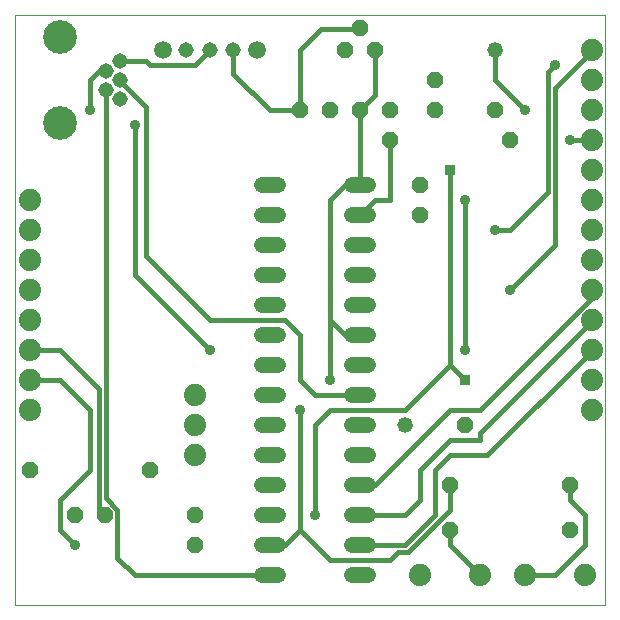
<source format=gtl>
G75*
%MOIN*%
%OFA0B0*%
%FSLAX25Y25*%
%IPPOS*%
%LPD*%
%AMOC8*
5,1,8,0,0,1.08239X$1,22.5*
%
%ADD10C,0.00000*%
%ADD11C,0.07400*%
%ADD12OC8,0.05200*%
%ADD13C,0.05200*%
%ADD14C,0.05150*%
%ADD15C,0.11220*%
%ADD16C,0.05200*%
%ADD17C,0.05937*%
%ADD18C,0.01600*%
%ADD19C,0.03562*%
%ADD20R,0.03562X0.03562*%
D10*
X0001800Y0001800D02*
X0001800Y0198650D01*
X0198650Y0198650D01*
X0198650Y0001800D01*
X0001800Y0001800D01*
D11*
X0061800Y0051800D03*
X0061800Y0061800D03*
X0061800Y0071800D03*
X0006800Y0066800D03*
X0006800Y0076800D03*
X0006800Y0086800D03*
X0006800Y0096800D03*
X0006800Y0106800D03*
X0006800Y0116800D03*
X0006800Y0126800D03*
X0006800Y0136800D03*
X0136800Y0011800D03*
X0156800Y0011800D03*
X0171800Y0011800D03*
X0191800Y0011800D03*
X0194300Y0066800D03*
X0194300Y0076800D03*
X0194300Y0086800D03*
X0194300Y0096800D03*
X0194300Y0106800D03*
X0194300Y0116800D03*
X0194300Y0126800D03*
X0194300Y0136800D03*
X0194300Y0146800D03*
X0194300Y0156800D03*
X0194300Y0166800D03*
X0194300Y0176800D03*
X0194300Y0186800D03*
D12*
X0166800Y0156800D03*
X0161800Y0166800D03*
X0141800Y0166800D03*
X0141800Y0176800D03*
X0126800Y0166800D03*
X0126800Y0156800D03*
X0116800Y0166800D03*
X0106800Y0166800D03*
X0096800Y0166800D03*
X0111800Y0186800D03*
X0116800Y0194300D03*
X0121800Y0186800D03*
X0136800Y0141800D03*
X0136800Y0131800D03*
X0151800Y0061800D03*
X0146800Y0041800D03*
X0146800Y0026800D03*
X0186800Y0026800D03*
X0186800Y0041800D03*
X0061800Y0031800D03*
X0061800Y0021800D03*
X0046800Y0046800D03*
X0031800Y0031800D03*
X0021800Y0031800D03*
X0006800Y0046800D03*
D13*
X0131800Y0061800D03*
X0161800Y0186800D03*
D14*
X0074674Y0186800D03*
X0066800Y0186800D03*
X0058926Y0186800D03*
X0036879Y0183099D03*
X0032154Y0179950D03*
X0036879Y0176800D03*
X0032154Y0173650D03*
X0036879Y0170501D03*
D15*
X0016800Y0162430D03*
X0016800Y0191170D03*
D16*
X0084200Y0141800D02*
X0089400Y0141800D01*
X0089400Y0131800D02*
X0084200Y0131800D01*
X0084200Y0121800D02*
X0089400Y0121800D01*
X0089400Y0111800D02*
X0084200Y0111800D01*
X0084200Y0101800D02*
X0089400Y0101800D01*
X0089400Y0091800D02*
X0084200Y0091800D01*
X0084200Y0081800D02*
X0089400Y0081800D01*
X0089400Y0071800D02*
X0084200Y0071800D01*
X0084200Y0061800D02*
X0089400Y0061800D01*
X0089400Y0051800D02*
X0084200Y0051800D01*
X0084200Y0041800D02*
X0089400Y0041800D01*
X0089400Y0031800D02*
X0084200Y0031800D01*
X0084200Y0021800D02*
X0089400Y0021800D01*
X0089400Y0011800D02*
X0084200Y0011800D01*
X0114200Y0011800D02*
X0119400Y0011800D01*
X0119400Y0021800D02*
X0114200Y0021800D01*
X0114200Y0031800D02*
X0119400Y0031800D01*
X0119400Y0041800D02*
X0114200Y0041800D01*
X0114200Y0051800D02*
X0119400Y0051800D01*
X0119400Y0061800D02*
X0114200Y0061800D01*
X0114200Y0071800D02*
X0119400Y0071800D01*
X0119400Y0081800D02*
X0114200Y0081800D01*
X0114200Y0091800D02*
X0119400Y0091800D01*
X0119400Y0101800D02*
X0114200Y0101800D01*
X0114200Y0111800D02*
X0119400Y0111800D01*
X0119400Y0121800D02*
X0114200Y0121800D01*
X0114200Y0131800D02*
X0119400Y0131800D01*
X0119400Y0141800D02*
X0114200Y0141800D01*
D17*
X0082548Y0186800D03*
X0051052Y0186800D03*
D18*
X0046800Y0181800D02*
X0061800Y0181800D01*
X0066800Y0186800D01*
X0074674Y0186800D02*
X0074674Y0178926D01*
X0086800Y0166800D01*
X0096800Y0166800D01*
X0096800Y0186800D01*
X0103850Y0193850D01*
X0116800Y0193850D01*
X0121800Y0186800D02*
X0121800Y0171800D01*
X0116800Y0166800D01*
X0116800Y0141800D01*
X0111800Y0141800D01*
X0106800Y0136800D01*
X0106800Y0096800D01*
X0106800Y0076800D01*
X0101800Y0071800D02*
X0116800Y0071800D01*
X0106800Y0066800D02*
X0131800Y0066800D01*
X0146800Y0081800D01*
X0151800Y0076800D01*
X0146800Y0081800D02*
X0146800Y0146800D01*
X0151800Y0136800D02*
X0151800Y0086800D01*
X0146800Y0066800D02*
X0121800Y0041800D01*
X0116800Y0041800D01*
X0116800Y0031800D02*
X0131800Y0031800D01*
X0136800Y0036800D01*
X0136800Y0046800D01*
X0146800Y0056800D01*
X0156800Y0056800D01*
X0156800Y0059300D01*
X0193850Y0096350D01*
X0194300Y0104300D02*
X0156800Y0066800D01*
X0146800Y0066800D01*
X0146800Y0051800D02*
X0159300Y0051800D01*
X0193850Y0086350D01*
X0194300Y0104300D02*
X0194300Y0106800D01*
X0181800Y0121800D02*
X0181800Y0174300D01*
X0193850Y0186350D01*
X0181800Y0181800D02*
X0179400Y0179400D01*
X0179400Y0139400D01*
X0166800Y0126800D01*
X0161800Y0126800D01*
X0166800Y0106800D02*
X0181800Y0121800D01*
X0186800Y0156800D02*
X0193850Y0156800D01*
X0171800Y0166800D02*
X0161800Y0176800D01*
X0161800Y0186800D01*
X0126800Y0156800D02*
X0126800Y0136800D01*
X0121800Y0136800D01*
X0116800Y0131800D01*
X0106800Y0096800D02*
X0111800Y0091800D01*
X0116800Y0091800D01*
X0096800Y0091800D02*
X0096800Y0076800D01*
X0101800Y0071800D01*
X0096800Y0066800D02*
X0096800Y0026800D01*
X0106800Y0016800D01*
X0126800Y0016800D01*
X0129400Y0019400D01*
X0132794Y0019400D01*
X0146800Y0033406D01*
X0146800Y0041800D01*
X0141800Y0046800D02*
X0146800Y0051800D01*
X0141800Y0046800D02*
X0141800Y0031800D01*
X0131800Y0021800D01*
X0116800Y0021800D01*
X0101800Y0031800D02*
X0101800Y0061800D01*
X0106800Y0066800D01*
X0096800Y0091800D02*
X0091800Y0096800D01*
X0066800Y0096800D01*
X0045381Y0118219D01*
X0045381Y0167903D01*
X0036879Y0176405D01*
X0036879Y0176800D01*
X0032154Y0173650D02*
X0032154Y0037385D01*
X0036000Y0033540D01*
X0036000Y0017600D01*
X0041800Y0011800D01*
X0086800Y0011800D01*
X0086800Y0021800D02*
X0091800Y0021800D01*
X0096800Y0026800D01*
X0146800Y0026800D02*
X0146800Y0021800D01*
X0156800Y0011800D01*
X0171800Y0011800D02*
X0181800Y0011800D01*
X0191800Y0021800D01*
X0191800Y0031800D01*
X0186800Y0036800D01*
X0186800Y0041800D01*
X0066800Y0086800D02*
X0041800Y0111800D01*
X0041800Y0161800D01*
X0026800Y0166800D02*
X0026800Y0176800D01*
X0029950Y0179950D01*
X0032154Y0179950D01*
X0036879Y0183099D02*
X0045501Y0183099D01*
X0046800Y0181800D01*
X0016800Y0086800D02*
X0006800Y0086800D01*
X0006800Y0076800D02*
X0016800Y0076800D01*
X0026800Y0066800D01*
X0026800Y0046800D01*
X0016800Y0036800D01*
X0016800Y0026800D01*
X0021800Y0021800D01*
X0031800Y0031800D02*
X0029754Y0033846D01*
X0029754Y0073846D01*
X0016800Y0086800D01*
D19*
X0066800Y0086800D03*
X0096800Y0066800D03*
X0106800Y0076800D03*
X0151800Y0086800D03*
X0166800Y0106800D03*
X0161800Y0126800D03*
X0151800Y0136800D03*
X0171800Y0166800D03*
X0186800Y0156800D03*
X0181800Y0181800D03*
X0041800Y0161800D03*
X0026800Y0166800D03*
X0101800Y0031800D03*
X0021800Y0021800D03*
D20*
X0146800Y0146800D03*
X0151800Y0076800D03*
M02*

</source>
